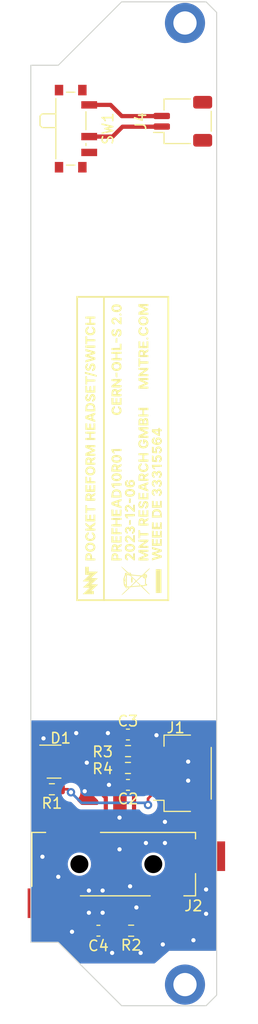
<source format=kicad_pcb>
(kicad_pcb (version 20221018) (generator pcbnew)
  (layers (0 "F.Cu" signal) (31 "B.Cu" signal) (34 "B.Paste" user) (35 "F.Paste" user) (36 "B.SilkS" user "B.Silkscreen") (37 "F.SilkS" user "F.Silkscreen") (38 "B.Mask" user) (39 "F.Mask" user) (44 "Edge.Cuts" user))
  (net 0 "")
  (net 1 "GND")
  (net 2 "HEAD_MIC")
  (net 3 "HEAD_HPL")
  (net 4 "HEAD_HPR")
  (net 5 "HEAD_DET")
  (net 9 "Net-(J2-RING1)")
  (net 10 "Net-(J2-SLEEVE)")
  (net 11 "Net-(J2-TIP)")
  (net 12 "+3V3")
  (net 13 "Net-(J4-Pin_2)")
  (net 14 "Net-(J4-Pin_1)")
  (footprint "Connector_JST:JST_SH_SM05B-SRSS-TB_1x05-1MP_P1.00mm_Horizontal" (layer "F.Cu") (at 99.8 150 90)
    (fp_text reference "J1" (at 4.3 -0.68 180) (layer "F.SilkS"))
    (fp_text value "CONN_HEAD")
    (pad "1" smd roundrect (at -2 -2 90) (size 0.6 1.55) (layers "F.Cu" "F.Paste" "F.Mask") (net 12 "+3V3"))
    (pad "2" smd roundrect (at -1 -2 90) (size 0.6 1.55) (layers "F.Cu" "F.Paste" "F.Mask") (net 2 "HEAD_MIC"))
    (pad "3" smd roundrect (at 0 -2 90) (size 0.6 1.55) (layers "F.Cu" "F.Paste" "F.Mask") (net 3 "HEAD_HPL"))
    (pad "4" smd roundrect (at 1 -2 90) (size 0.6 1.55) (layers "F.Cu" "F.Paste" "F.Mask") (net 4 "HEAD_HPR"))
    (pad "5" smd roundrect (at 2 -2 90) (size 0.6 1.55) (layers "F.Cu" "F.Paste" "F.Mask") (net 1 "GND"))
    (pad "MP" smd roundrect (at -3.3 1.875 90) (size 1.2 1.8) (layers "F.Cu" "F.Paste" "F.Mask") (roundrect_rratio 0.2083333333))
    (pad "MP" smd roundrect (at 3.3 1.875 90) (size 1.2 1.8) (layers "F.Cu" "F.Paste" "F.Mask") (roundrect_rratio 0.2083333333))
  )
  (footprint "Capacitor_SMD:C_0603_1608Metric" (layer "F.Cu") (at 94.6 151.1 180)
    (fp_text reference "C2" (at 0 -1.33) (layer "F.SilkS"))
    (fp_text value "0.1uF")
    (pad "1" smd roundrect (at -0.775 0 180) (size 0.9 0.95) (layers "F.Cu" "F.Paste" "F.Mask") (net 11 "Net-(J2-TIP)"))
    (pad "2" smd roundrect (at 0.775 0 180) (size 0.9 0.95) (layers "F.Cu" "F.Paste" "F.Mask") (net 1 "GND"))
  )
  (footprint "Resistor_SMD:R_0603_1608Metric" (layer "F.Cu") (at 94.6 149.5)
    (fp_text reference "R4" (at -2.4 0.07) (layer "F.SilkS"))
    (fp_text value "220")
    (pad "1" smd roundrect (at -0.825 0) (size 0.8 0.95) (layers "F.Cu" "F.Paste" "F.Mask") (net 11 "Net-(J2-TIP)"))
    (pad "2" smd roundrect (at 0.825 0) (size 0.8 0.95) (layers "F.Cu" "F.Paste" "F.Mask") (net 3 "HEAD_HPL"))
  )
  (footprint "MountingHole:MountingHole_2.2mm_M2_DIN965_Pad" (layer "F.Cu") (at 100 170)
    (fp_text reference "H2" hide)
    (fp_text value "MountingHole_Pad")
    (pad "1" thru_hole circle (at 0 0) (size 3.8 3.8) (drill 2.2) (layers "*.Cu" "*.Mask"))
  )
  (footprint "footprints:SJ-43516-SMT" (layer "F.Cu") (at 93.5 158.6)
    (fp_text reference "J2" (at 7.3 3.95) (layer "F.SilkS"))
    (fp_text value "SJ-43516-SMT" hide)
    (pad "" np_thru_hole circle (at -3.5 0) (size 1.7 1.7) (drill 1.7) (layers))
    (pad "" np_thru_hole circle (at 3.5 0) (size 1.7 1.7) (drill 1.7) (layers))
    (pad "1" smd rect (at -7.4 3.7) (size 2 2.8) (layers "F.Cu" "F.Paste" "F.Mask") (net 10 "Net-(J2-SLEEVE)"))
    (pad "2" smd rect (at 4.8 3.7) (size 2.8 2.8) (layers "F.Cu" "F.Paste" "F.Mask") (net 11 "Net-(J2-TIP)"))
    (pad "3" smd rect (at -2.7 -3.7) (size 2 2.8) (layers "F.Cu" "F.Paste" "F.Mask") (net 9 "Net-(J2-RING1)"))
    (pad "4" smd rect (at -4.6 3.7) (size 2 2.8) (layers "F.Cu" "F.Paste" "F.Mask") (net 1 "GND"))
    (pad "5" smd rect (at 8.9 -0.75) (size 2.8 2.8) (layers "F.Cu" "F.Paste" "F.Mask"))
    (pad "6" smd rect (at -5.5 -3.7) (size 2 2.8) (layers "F.Cu" "F.Paste" "F.Mask") (net 5 "HEAD_DET"))
  )
  (footprint "Package_TO_SOT_SMD:SOT-143" (layer "F.Cu") (at 87.6 148.9)
    (fp_text reference "D1" (at 0.62 -2.22 180) (layer "F.SilkS"))
    (fp_text value "SP0503BAHT")
    (pad "1" smd rect (at -1 -0.75) (size 0.7 1) (layers "F.Cu" "F.Paste" "F.Mask") (net 1 "GND"))
    (pad "2" smd rect (at -1 0.95) (size 0.7 0.6) (layers "F.Cu" "F.Paste" "F.Mask") (net 9 "Net-(J2-RING1)"))
    (pad "3" smd rect (at 1 0.95) (size 0.7 0.6) (layers "F.Cu" "F.Paste" "F.Mask") (net 10 "Net-(J2-SLEEVE)"))
    (pad "4" smd rect (at 1 -0.95) (size 0.7 0.6) (layers "F.Cu" "F.Paste" "F.Mask") (net 11 "Net-(J2-TIP)"))
  )
  (footprint "Resistor_SMD:R_0603_1608Metric" (layer "F.Cu") (at 94.9 164.9)
    (fp_text reference "R2" (at 0 1.37) (layer "F.SilkS"))
    (fp_text value "220")
    (pad "1" smd roundrect (at -0.825 0) (size 0.8 0.95) (layers "F.Cu" "F.Paste" "F.Mask") (net 2 "HEAD_MIC"))
    (pad "2" smd roundrect (at 0.825 0) (size 0.8 0.95) (layers "F.Cu" "F.Paste" "F.Mask") (net 10 "Net-(J2-SLEEVE)"))
  )
  (footprint "Resistor_SMD:R_0603_1608Metric" (layer "F.Cu") (at 87.395 151.515 180)
    (fp_text reference "R1" (at 0 -1.33) (layer "F.SilkS"))
    (fp_text value "47k")
    (pad "1" smd roundrect (at -0.825 0 180) (size 0.8 0.95) (layers "F.Cu" "F.Paste" "F.Mask") (net 12 "+3V3"))
    (pad "2" smd roundrect (at 0.825 0 180) (size 0.8 0.95) (layers "F.Cu" "F.Paste" "F.Mask") (net 5 "HEAD_DET"))
  )
  (footprint "Capacitor_SMD:C_0603_1608Metric" (layer "F.Cu") (at 91.8 164.9 180)
    (fp_text reference "C4" (at 0 -1.43) (layer "F.SilkS"))
    (fp_text value "0.1uF")
    (pad "1" smd roundrect (at -0.775 0 180) (size 0.9 0.95) (layers "F.Cu" "F.Paste" "F.Mask") (net 2 "HEAD_MIC"))
    (pad "2" smd roundrect (at 0.775 0 180) (size 0.9 0.95) (layers "F.Cu" "F.Paste" "F.Mask") (net 1 "GND"))
  )
  (footprint "Button_Switch_SMD:SW_SPDT_PCM12" (layer "F.Cu") (at 89.5 89 -90)
    (fp_text reference "SW1" (at 0 -3.2 90) (layer "F.SilkS"))
    (fp_text value "SW_DIP_x01")
    (pad "" smd rect (at -3.65 -0.78 270) (size 1 0.8) (layers "F.Cu" "F.Paste" "F.Mask"))
    (pad "" smd rect (at -3.65 1.43 270) (size 1 0.8) (layers "F.Cu" "F.Paste" "F.Mask"))
    (pad "" np_thru_hole circle (at -1.5 0.33 270) (size 0.9 0.9) (drill 0.9) (layers "*.Cu" "*.Mask"))
    (pad "" np_thru_hole circle (at 1.5 0.33 270) (size 0.9 0.9) (drill 0.9) (layers "*.Cu" "*.Mask"))
    (pad "" smd rect (at 3.65 -0.78 270) (size 1 0.8) (layers "F.Cu" "F.Paste" "F.Mask"))
    (pad "" smd rect (at 3.65 1.43 270) (size 1 0.8) (layers "F.Cu" "F.Paste" "F.Mask"))
    (pad "1" smd rect (at -2.25 -1.43 270) (size 0.7 1.5) (layers "F.Cu" "F.Paste" "F.Mask") (net 13 "Net-(J4-Pin_2)"))
    (pad "2" smd rect (at 0.75 -1.43 270) (size 0.7 1.5) (layers "F.Cu" "F.Paste" "F.Mask") (net 14 "Net-(J4-Pin_1)"))
    (pad "3" smd rect (at 2.25 -1.43 270) (size 0.7 1.5) (layers "F.Cu" "F.Paste" "F.Mask"))
  )
  (footprint "MountingHole:MountingHole_2.2mm_M2_DIN965_Pad" (layer "F.Cu") (at 100 79)
    (fp_text reference "H1" hide)
    (fp_text value "MountingHole_Pad")
    (pad "1" thru_hole circle (at 0 0) (size 3.8 3.8) (drill 2.2) (layers "*.Cu" "*.Mask"))
  )
  (footprint "Connector_JST:JST_SH_SM02B-SRSS-TB_1x02-1MP_P1.00mm_Horizontal" (layer "F.Cu") (at 99.8 88.3 90)
    (fp_text reference "J4" (at 0 -3.98 90) (layer "F.SilkS"))
    (fp_text value "CONN_PWRSW")
    (pad "1" smd roundrect (at -0.5 -2 90) (size 0.6 1.55) (layers "F.Cu" "F.Paste" "F.Mask") (net 14 "Net-(J4-Pin_1)"))
    (pad "2" smd roundrect (at 0.5 -2 90) (size 0.6 1.55) (layers "F.Cu" "F.Paste" "F.Mask") (net 13 "Net-(J4-Pin_2)"))
    (pad "MP" smd roundrect (at -1.8 1.875 90) (size 1.2 1.8) (layers "F.Cu" "F.Paste" "F.Mask") (roundrect_rratio 0.2083333333))
    (pad "MP" smd roundrect (at 1.8 1.875 90) (size 1.2 1.8) (layers "F.Cu" "F.Paste" "F.Mask") (roundrect_rratio 0.2083333333))
  )
  (footprint "footprints:pref-headset-badge" (layer "F.Cu") (at 94.102 119.283834 90)
    (fp_text reference "GFX1" hide)
    (fp_text value "BADGE" hide)
  )
  (footprint "Resistor_SMD:R_0603_1608Metric" (layer "F.Cu") (at 94.605 147.905)
    (fp_text reference "R3" (at -2.4 0.07) (layer "F.SilkS"))
    (fp_text value "220")
    (pad "1" smd roundrect (at -0.825 0) (size 0.8 0.95) (layers "F.Cu" "F.Paste" "F.Mask") (net 9 "Net-(J2-RING1)"))
    (pad "2" smd roundrect (at 0.825 0) (size 0.8 0.95) (layers "F.Cu" "F.Paste" "F.Mask") (net 4 "HEAD_HPR"))
  )
  (footprint "Capacitor_SMD:C_0603_1608Metric" (layer "F.Cu") (at 94.595 146.335 180)
    (fp_text reference "C3" (at 0 1.27) (layer "F.SilkS"))
    (fp_text value "0.1uF")
    (pad "1" smd roundrect (at -0.775 0 180) (size 0.9 0.95) (layers "F.Cu" "F.Paste" "F.Mask") (net 9 "Net-(J2-RING1)"))
    (pad "2" smd roundrect (at 0.775 0 180) (size 0.9 0.95) (layers "F.Cu" "F.Paste" "F.Mask") (net 1 "GND"))
  )
  (gr_poly (pts (xy 85.4 83) (xy 88 83) (xy 94 77) (xy 96 77) (xy 102 77) (xy 103 78) (xy 103 171) (xy 102 172) (xy 94 172) (xy 88 166) (xy 85.4 166)) (stroke (width 0.1)) (fill none) (layer "Edge.Cuts"))
  (segment (start 92.8 151.1) (end 93.825 151.1) (width 0.4) (layer "F.Cu") (net 1))
  (segment (start 92.7 146.2) (end 93.685 146.2) (width 0.4) (layer "F.Cu") (net 1))
  (segment (start 86.6 148.15) (end 86.6 146.7) (width 0.4) (layer "F.Cu") (net 1))
  (segment (start 93.685 146.2) (end 93.82 146.335) (width 0.4) (layer "F.Cu") (net 1))
  (via (at 92.7 146.2) (size 0.8) (drill 0.4) (layers "F.Cu" "B.Cu") (net 1))
  (via (at 89.3 165) (size 0.8) (drill 0.4) (layers "F.Cu" "B.Cu") (net 1))
  (via (at 97.9 166.2) (size 0.8) (drill 0.4) (layers "F.Cu" "B.Cu") (net 1))
  (via (at 92.8 151.1) (size 0.8) (drill 0.4) (layers "F.Cu" "B.Cu") (net 1))
  (via (at 86.6 146.7) (size 0.8) (drill 0.4) (layers "F.Cu" "B.Cu") (net 1))
  (via (at 98.1 154.6) (size 0.8) (drill 0.4) (layers "F.Cu" "B.Cu") (net 1))
  (via (at 92.2 163.2) (size 0.8) (drill 0.4) (layers "F.Cu" "B.Cu") (net 1))
  (via (at 90.9 161.1) (size 0.8) (drill 0.4) (layers "F.Cu" "B.Cu") (net 1))
  (via (at 94.8 160.7) (size 0.8) (drill 0.4) (layers "F.Cu" "B.Cu") (net 1))
  (via (at 98.1 156.6) (size 0.8) (drill 0.4) (layers "F.Cu" "B.Cu") (net 1))
  (via (at 95.4 162.7) (size 0.8) (drill 0.4) (layers "F.Cu" "B.Cu") (net 1))
  (via (at 89.7 146.2) (size 0.8) (drill 0.4) (layers "F.Cu" "B.Cu") (net 1))
  (via (at 100.3 150.7) (size 0.8) (drill 0.4) (layers "F.Cu" "B.Cu") (net 1))
  (via (at 92.2 161.1) (size 0.8) (drill 0.4) (layers "F.Cu" "B.Cu") (net 1))
  (via (at 93.8 154.2) (size 0.8) (drill 0.4) (layers "F.Cu" "B.Cu") (net 1))
  (via (at 90.5 151.7) (size 0.8) (drill 0.4) (layers "F.Cu" "B.Cu") (net 1))
  (via (at 86.5 157.9) (size 0.8) (drill 0.4) (layers "F.Cu" "B.Cu") (net 1))
  (via (at 90.9 163.2) (size 0.8) (drill 0.4) (layers "F.Cu" "B.Cu") (net 1))
  (via (at 97.3 146.4) (size 0.8) (drill 0.4) (layers "F.Cu" "B.Cu") (net 1))
  (via (at 90.7 149) (size 0.8) (drill 0.4) (layers "F.Cu" "B.Cu") (net 1))
  (via (at 100.3 148.9) (size 0.8) (drill 0.4) (layers "F.Cu" "B.Cu") (net 1))
  (via (at 102 163.3) (size 0.8) (drill 0.4) (layers "F.Cu" "B.Cu") (net 1))
  (via (at 88 159.8) (size 0.8) (drill 0.4) (layers "F.Cu" "B.Cu") (net 1))
  (via (at 93.1 167) (size 0.8) (drill 0.4) (layers "F.Cu" "B.Cu") (net 1))
  (via (at 102 161) (size 0.8) (drill 0.4) (layers "F.Cu" "B.Cu") (net 1))
  (via (at 96.3 156.6) (size 0.8) (drill 0.4) (layers "F.Cu" "B.Cu") (net 1))
  (via (at 95.8 167) (size 0.8) (drill 0.4) (layers "F.Cu" "B.Cu") (net 1))
  (via (at 93.8 157.2) (size 0.8) (drill 0.4) (layers "F.Cu" "B.Cu") (net 1))
  (via (at 100.8 165.8) (size 0.8) (drill 0.4) (layers "F.Cu" "B.Cu") (net 1))
  (segment (start 99.5 159.3) (end 99.5 151.5) (width 0.4) (layer "F.Cu") (net 2))
  (segment (start 99.5 151.5) (end 99 151) (width 0.4) (layer "F.Cu") (net 2))
  (segment (start 94.075 164.9) (end 95.075 165.9) (width 0.4) (layer "F.Cu") (net 2))
  (segment (start 97.5 164.8) (end 99.85 164.8) (width 0.4) (layer "F.Cu") (net 2))
  (segment (start 96.4 165.9) (end 97.5 164.8) (width 0.4) (layer "F.Cu") (net 2))
  (segment (start 100.6 160.4) (end 99.5 159.3) (width 0.4) (layer "F.Cu") (net 2))
  (segment (start 100.6 164.05) (end 100.6 160.4) (width 0.4) (layer "F.Cu") (net 2))
  (segment (start 95.075 165.9) (end 96.4 165.9) (width 0.4) (layer "F.Cu") (net 2))
  (segment (start 92.575 164.9) (end 94.075 164.9) (width 0.4) (layer "F.Cu") (net 2))
  (segment (start 99.85 164.8) (end 100.6 164.05) (width 0.4) (layer "F.Cu") (net 2))
  (segment (start 99 151) (end 97.8 151) (width 0.4) (layer "F.Cu") (net 2))
  (segment (start 97.695 151.105) (end 97.8 151) (width 0.4) (layer "F.Cu") (net 2))
  (segment (start 97.8 150) (end 96.3 150) (width 0.4) (layer "F.Cu") (net 3))
  (segment (start 96.3 150) (end 95.8 149.5) (width 0.4) (layer "F.Cu") (net 3))
  (segment (start 95.8 149.5) (end 95.425 149.5) (width 0.4) (layer "F.Cu") (net 3))
  (segment (start 96.7 149) (end 95.605 147.905) (width 0.4) (layer "F.Cu") (net 4))
  (segment (start 95.605 147.905) (end 95.43 147.905) (width 0.4) (layer "F.Cu") (net 4))
  (segment (start 97.8 149) (end 96.7 149) (width 0.4) (layer "F.Cu") (net 4))
  (segment (start 88 154.9) (end 86.57 153.47) (width 0.25) (layer "F.Cu") (net 5))
  (segment (start 86.57 153.47) (end 86.57 151.515) (width 0.25) (layer "F.Cu") (net 5))
  (segment (start 86.6 149.85) (end 87.4 150.65) (width 0.4) (layer "F.Cu") (net 9))
  (segment (start 87.4 150.65) (end 87.4 152.3) (width 0.4) (layer "F.Cu") (net 9))
  (segment (start 93.8 147.905) (end 95.37 146.335) (width 0.4) (layer "F.Cu") (net 9))
  (segment (start 87.6 148.85) (end 87.6 147.3) (width 0.4) (layer "F.Cu") (net 9))
  (segment (start 93.78 147.905) (end 93.8 147.905) (width 0.4) (layer "F.Cu") (net 9))
  (segment (start 90.8 154.6) (end 90.8 154.9) (width 0.4) (layer "F.Cu") (net 9))
  (segment (start 87.4 152.3) (end 88 152.9) (width 0.4) (layer "F.Cu") (net 9))
  (segment (start 89.1 152.9) (end 90.8 154.6) (width 0.4) (layer "F.Cu") (net 9))
  (segment (start 92.975 147.1) (end 93.78 147.905) (width 0.4) (layer "F.Cu") (net 9))
  (segment (start 86.6 149.85) (end 87.6 148.85) (width 0.4) (layer "F.Cu") (net 9))
  (segment (start 88 152.9) (end 89.1 152.9) (width 0.4) (layer "F.Cu") (net 9))
  (segment (start 87.6 147.3) (end 87.8 147.1) (width 0.4) (layer "F.Cu") (net 9))
  (segment (start 87.8 147.1) (end 92.975 147.1) (width 0.4) (layer "F.Cu") (net 9))
  (segment (start 86.1 162.3) (end 86.1 160.2) (width 0.4) (layer "F.Cu") (net 10))
  (segment (start 89.2 157.1) (end 92.3 157.1) (width 0.4) (layer "F.Cu") (net 10))
  (segment (start 92.3 157.1) (end 92.5 157.3) (width 0.4) (layer "F.Cu") (net 10))
  (segment (start 92.5 156.9) (end 92.5 152.3) (width 0.4) (layer "F.Cu") (net 10))
  (segment (start 86.1 160.2) (end 89.2 157.1) (width 0.4) (layer "F.Cu") (net 10))
  (segment (start 92.3 157.1) (end 92.5 156.9) (width 0.4) (layer "F.Cu") (net 10))
  (segment (start 93.4 162.575) (end 95.725 164.9) (width 0.4) (layer "F.Cu") (net 10))
  (segment (start 90.05 149.85) (end 88.6 149.85) (width 0.4) (layer "F.Cu") (net 10))
  (segment (start 92.5 157.3) (end 92.5 159.465) (width 0.4) (layer "F.Cu") (net 10))
  (segment (start 92.5 152.3) (end 90.05 149.85) (width 0.4) (layer "F.Cu") (net 10))
  (segment (start 93.4 160.365) (end 93.4 162.575) (width 0.4) (layer "F.Cu") (net 10))
  (segment (start 92.5 159.465) (end 93.4 160.365) (width 0.4) (layer "F.Cu") (net 10))
  (segment (start 88.6 147.95) (end 92.225 147.95) (width 0.4) (layer "F.Cu") (net 11))
  (segment (start 93.775 149.5) (end 95.375 151.1) (width 0.4) (layer "F.Cu") (net 11))
  (segment (start 95.175 159.175) (end 98.3 162.3) (width 0.4) (layer "F.Cu") (net 11))
  (segment (start 92.225 147.95) (end 93.775 149.5) (width 0.4) (layer "F.Cu") (net 11))
  (segment (start 95.175 151.3) (end 95.175 159.175) (width 0.4) (layer "F.Cu") (net 11))
  (segment (start 95.375 151.1) (end 95.175 151.3) (width 0.4) (layer "F.Cu") (net 11))
  (segment (start 96.5 152.4) (end 96.9 152) (width 0.25) (layer "F.Cu") (net 12))
  (segment (start 96.5 153) (end 96.5 152.4) (width 0.25) (layer "F.Cu") (net 12))
  (segment (start 89.2 151.8) (end 88.915 151.515) (width 0.25) (layer "F.Cu") (net 12))
  (segment (start 96.9 152) (end 97.8 152) (width 0.25) (layer "F.Cu") (net 12))
  (segment (start 88.915 151.515) (end 88.22 151.515) (width 0.25) (layer "F.Cu") (net 12))
  (via (at 96.5 153) (size 0.8) (drill 0.4) (layers "F.Cu" "B.Cu") (net 12))
  (via (at 89.2 151.8) (size 0.8) (drill 0.4) (layers "F.Cu" "B.Cu") (net 12))
  (segment (start 90.2 152.8) (end 96.3 152.8) (width 0.25) (layer "B.Cu") (net 12))
  (segment (start 96.3 152.8) (end 96.5 153) (width 0.25) (layer "B.Cu") (net 12))
  (segment (start 89.2 151.8) (end 90.2 152.8) (width 0.25) (layer "B.Cu") (net 12))
  (segment (start 92.95 86.75) (end 94.015 87.815) (width 0.4) (layer "F.Cu") (net 13))
  (segment (start 97.785 87.815) (end 97.8 87.8) (width 0.4) (layer "F.Cu") (net 13))
  (segment (start 90.93 86.75) (end 92.95 86.75) (width 0.4) (layer "F.Cu") (net 13))
  (segment (start 94.015 87.815) (end 97.785 87.815) (width 0.4) (layer "F.Cu") (net 13))
  (segment (start 93.15 89.75) (end 90.93 89.75) (width 0.4) (layer "F.Cu") (net 14))
  (segment (start 97.8 88.8) (end 97.785 88.815) (width 0.4) (layer "F.Cu") (net 14))
  (segment (start 94.085 88.815) (end 93.15 89.75) (width 0.4) (layer "F.Cu") (net 14))
  (segment (start 97.785 88.815) (end 94.085 88.815) (width 0.4) (layer "F.Cu") (net 14))
  (zone (net 1) (net_name "GND") (layers "F&B.Cu") (connect_pads (clearance 0.5)) (min_thickness 0.25) (fill yes (thermal_gap 0.5) (thermal_bridge_width 0.5))
    (polygon (pts (xy 104 145) (xy 85 145) (xy 85 166.8) (xy 87.9 166.8) (xy 89.1 168) (xy 97.128571 168) (xy 98.5 166.8) (xy 104 166.8)))
  )
)
</source>
